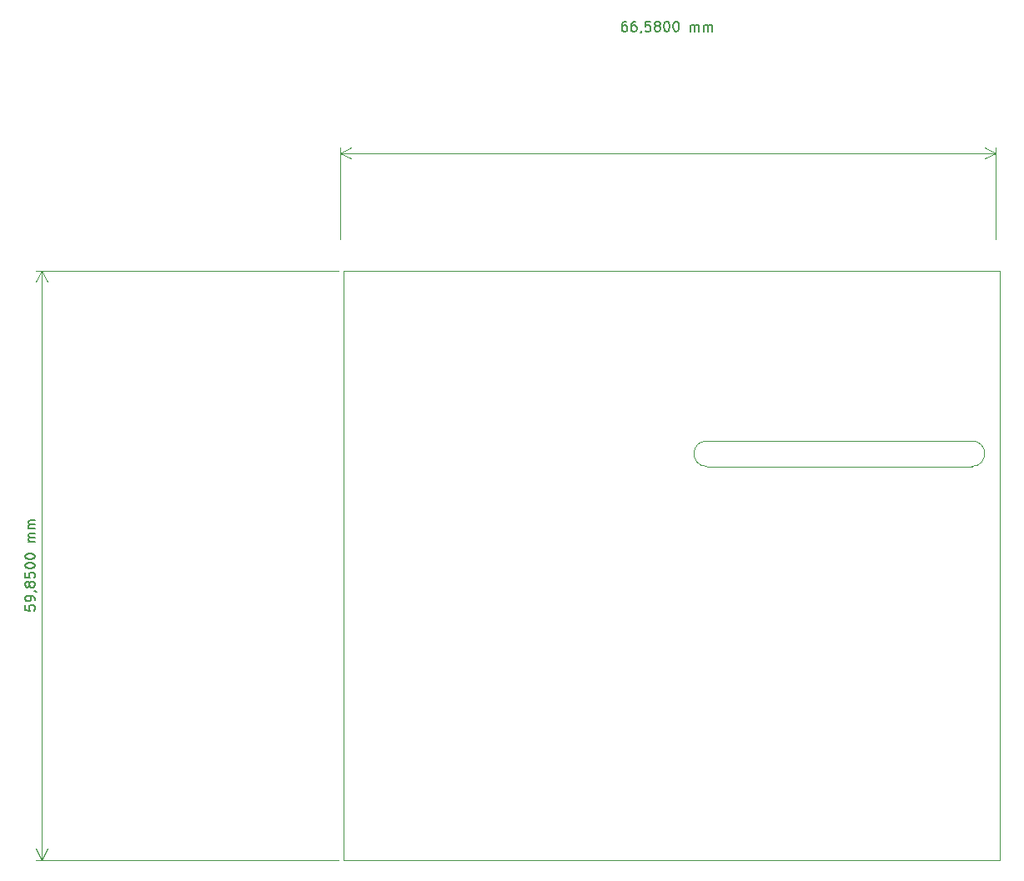
<source format=gbr>
%TF.GenerationSoftware,KiCad,Pcbnew,8.0.2*%
%TF.CreationDate,2024-05-29T12:03:12+02:00*%
%TF.ProjectId,IOT_ESP32,494f545f-4553-4503-9332-2e6b69636164,rev?*%
%TF.SameCoordinates,Original*%
%TF.FileFunction,Profile,NP*%
%FSLAX46Y46*%
G04 Gerber Fmt 4.6, Leading zero omitted, Abs format (unit mm)*
G04 Created by KiCad (PCBNEW 8.0.2) date 2024-05-29 12:03:12*
%MOMM*%
%LPD*%
G01*
G04 APERTURE LIST*
%TA.AperFunction,Profile*%
%ADD10C,0.050000*%
%TD*%
%ADD11C,0.150000*%
G04 APERTURE END LIST*
D10*
X98060000Y-59705000D02*
X164640000Y-59705000D01*
X164640000Y-119555000D01*
X98060000Y-119555000D01*
X98060000Y-59705000D01*
X161840000Y-77010000D02*
G75*
G02*
X161840000Y-79590000I0J-1290000D01*
G01*
X161840000Y-77010000D02*
X134910000Y-77010000D01*
X134910000Y-79590000D02*
G75*
G02*
X134910000Y-77010000I0J1290000D01*
G01*
X134910000Y-79590000D02*
X161840000Y-79590000D01*
D11*
X65704819Y-93725237D02*
X65704819Y-94201427D01*
X65704819Y-94201427D02*
X66181009Y-94249046D01*
X66181009Y-94249046D02*
X66133390Y-94201427D01*
X66133390Y-94201427D02*
X66085771Y-94106189D01*
X66085771Y-94106189D02*
X66085771Y-93868094D01*
X66085771Y-93868094D02*
X66133390Y-93772856D01*
X66133390Y-93772856D02*
X66181009Y-93725237D01*
X66181009Y-93725237D02*
X66276247Y-93677618D01*
X66276247Y-93677618D02*
X66514342Y-93677618D01*
X66514342Y-93677618D02*
X66609580Y-93725237D01*
X66609580Y-93725237D02*
X66657200Y-93772856D01*
X66657200Y-93772856D02*
X66704819Y-93868094D01*
X66704819Y-93868094D02*
X66704819Y-94106189D01*
X66704819Y-94106189D02*
X66657200Y-94201427D01*
X66657200Y-94201427D02*
X66609580Y-94249046D01*
X66704819Y-93201427D02*
X66704819Y-93010951D01*
X66704819Y-93010951D02*
X66657200Y-92915713D01*
X66657200Y-92915713D02*
X66609580Y-92868094D01*
X66609580Y-92868094D02*
X66466723Y-92772856D01*
X66466723Y-92772856D02*
X66276247Y-92725237D01*
X66276247Y-92725237D02*
X65895295Y-92725237D01*
X65895295Y-92725237D02*
X65800057Y-92772856D01*
X65800057Y-92772856D02*
X65752438Y-92820475D01*
X65752438Y-92820475D02*
X65704819Y-92915713D01*
X65704819Y-92915713D02*
X65704819Y-93106189D01*
X65704819Y-93106189D02*
X65752438Y-93201427D01*
X65752438Y-93201427D02*
X65800057Y-93249046D01*
X65800057Y-93249046D02*
X65895295Y-93296665D01*
X65895295Y-93296665D02*
X66133390Y-93296665D01*
X66133390Y-93296665D02*
X66228628Y-93249046D01*
X66228628Y-93249046D02*
X66276247Y-93201427D01*
X66276247Y-93201427D02*
X66323866Y-93106189D01*
X66323866Y-93106189D02*
X66323866Y-92915713D01*
X66323866Y-92915713D02*
X66276247Y-92820475D01*
X66276247Y-92820475D02*
X66228628Y-92772856D01*
X66228628Y-92772856D02*
X66133390Y-92725237D01*
X66657200Y-92249046D02*
X66704819Y-92249046D01*
X66704819Y-92249046D02*
X66800057Y-92296665D01*
X66800057Y-92296665D02*
X66847676Y-92344284D01*
X66133390Y-91677618D02*
X66085771Y-91772856D01*
X66085771Y-91772856D02*
X66038152Y-91820475D01*
X66038152Y-91820475D02*
X65942914Y-91868094D01*
X65942914Y-91868094D02*
X65895295Y-91868094D01*
X65895295Y-91868094D02*
X65800057Y-91820475D01*
X65800057Y-91820475D02*
X65752438Y-91772856D01*
X65752438Y-91772856D02*
X65704819Y-91677618D01*
X65704819Y-91677618D02*
X65704819Y-91487142D01*
X65704819Y-91487142D02*
X65752438Y-91391904D01*
X65752438Y-91391904D02*
X65800057Y-91344285D01*
X65800057Y-91344285D02*
X65895295Y-91296666D01*
X65895295Y-91296666D02*
X65942914Y-91296666D01*
X65942914Y-91296666D02*
X66038152Y-91344285D01*
X66038152Y-91344285D02*
X66085771Y-91391904D01*
X66085771Y-91391904D02*
X66133390Y-91487142D01*
X66133390Y-91487142D02*
X66133390Y-91677618D01*
X66133390Y-91677618D02*
X66181009Y-91772856D01*
X66181009Y-91772856D02*
X66228628Y-91820475D01*
X66228628Y-91820475D02*
X66323866Y-91868094D01*
X66323866Y-91868094D02*
X66514342Y-91868094D01*
X66514342Y-91868094D02*
X66609580Y-91820475D01*
X66609580Y-91820475D02*
X66657200Y-91772856D01*
X66657200Y-91772856D02*
X66704819Y-91677618D01*
X66704819Y-91677618D02*
X66704819Y-91487142D01*
X66704819Y-91487142D02*
X66657200Y-91391904D01*
X66657200Y-91391904D02*
X66609580Y-91344285D01*
X66609580Y-91344285D02*
X66514342Y-91296666D01*
X66514342Y-91296666D02*
X66323866Y-91296666D01*
X66323866Y-91296666D02*
X66228628Y-91344285D01*
X66228628Y-91344285D02*
X66181009Y-91391904D01*
X66181009Y-91391904D02*
X66133390Y-91487142D01*
X65704819Y-90391904D02*
X65704819Y-90868094D01*
X65704819Y-90868094D02*
X66181009Y-90915713D01*
X66181009Y-90915713D02*
X66133390Y-90868094D01*
X66133390Y-90868094D02*
X66085771Y-90772856D01*
X66085771Y-90772856D02*
X66085771Y-90534761D01*
X66085771Y-90534761D02*
X66133390Y-90439523D01*
X66133390Y-90439523D02*
X66181009Y-90391904D01*
X66181009Y-90391904D02*
X66276247Y-90344285D01*
X66276247Y-90344285D02*
X66514342Y-90344285D01*
X66514342Y-90344285D02*
X66609580Y-90391904D01*
X66609580Y-90391904D02*
X66657200Y-90439523D01*
X66657200Y-90439523D02*
X66704819Y-90534761D01*
X66704819Y-90534761D02*
X66704819Y-90772856D01*
X66704819Y-90772856D02*
X66657200Y-90868094D01*
X66657200Y-90868094D02*
X66609580Y-90915713D01*
X65704819Y-89725237D02*
X65704819Y-89629999D01*
X65704819Y-89629999D02*
X65752438Y-89534761D01*
X65752438Y-89534761D02*
X65800057Y-89487142D01*
X65800057Y-89487142D02*
X65895295Y-89439523D01*
X65895295Y-89439523D02*
X66085771Y-89391904D01*
X66085771Y-89391904D02*
X66323866Y-89391904D01*
X66323866Y-89391904D02*
X66514342Y-89439523D01*
X66514342Y-89439523D02*
X66609580Y-89487142D01*
X66609580Y-89487142D02*
X66657200Y-89534761D01*
X66657200Y-89534761D02*
X66704819Y-89629999D01*
X66704819Y-89629999D02*
X66704819Y-89725237D01*
X66704819Y-89725237D02*
X66657200Y-89820475D01*
X66657200Y-89820475D02*
X66609580Y-89868094D01*
X66609580Y-89868094D02*
X66514342Y-89915713D01*
X66514342Y-89915713D02*
X66323866Y-89963332D01*
X66323866Y-89963332D02*
X66085771Y-89963332D01*
X66085771Y-89963332D02*
X65895295Y-89915713D01*
X65895295Y-89915713D02*
X65800057Y-89868094D01*
X65800057Y-89868094D02*
X65752438Y-89820475D01*
X65752438Y-89820475D02*
X65704819Y-89725237D01*
X65704819Y-88772856D02*
X65704819Y-88677618D01*
X65704819Y-88677618D02*
X65752438Y-88582380D01*
X65752438Y-88582380D02*
X65800057Y-88534761D01*
X65800057Y-88534761D02*
X65895295Y-88487142D01*
X65895295Y-88487142D02*
X66085771Y-88439523D01*
X66085771Y-88439523D02*
X66323866Y-88439523D01*
X66323866Y-88439523D02*
X66514342Y-88487142D01*
X66514342Y-88487142D02*
X66609580Y-88534761D01*
X66609580Y-88534761D02*
X66657200Y-88582380D01*
X66657200Y-88582380D02*
X66704819Y-88677618D01*
X66704819Y-88677618D02*
X66704819Y-88772856D01*
X66704819Y-88772856D02*
X66657200Y-88868094D01*
X66657200Y-88868094D02*
X66609580Y-88915713D01*
X66609580Y-88915713D02*
X66514342Y-88963332D01*
X66514342Y-88963332D02*
X66323866Y-89010951D01*
X66323866Y-89010951D02*
X66085771Y-89010951D01*
X66085771Y-89010951D02*
X65895295Y-88963332D01*
X65895295Y-88963332D02*
X65800057Y-88915713D01*
X65800057Y-88915713D02*
X65752438Y-88868094D01*
X65752438Y-88868094D02*
X65704819Y-88772856D01*
X66704819Y-87249046D02*
X66038152Y-87249046D01*
X66133390Y-87249046D02*
X66085771Y-87201427D01*
X66085771Y-87201427D02*
X66038152Y-87106189D01*
X66038152Y-87106189D02*
X66038152Y-86963332D01*
X66038152Y-86963332D02*
X66085771Y-86868094D01*
X66085771Y-86868094D02*
X66181009Y-86820475D01*
X66181009Y-86820475D02*
X66704819Y-86820475D01*
X66181009Y-86820475D02*
X66085771Y-86772856D01*
X66085771Y-86772856D02*
X66038152Y-86677618D01*
X66038152Y-86677618D02*
X66038152Y-86534761D01*
X66038152Y-86534761D02*
X66085771Y-86439522D01*
X66085771Y-86439522D02*
X66181009Y-86391903D01*
X66181009Y-86391903D02*
X66704819Y-86391903D01*
X66704819Y-85915713D02*
X66038152Y-85915713D01*
X66133390Y-85915713D02*
X66085771Y-85868094D01*
X66085771Y-85868094D02*
X66038152Y-85772856D01*
X66038152Y-85772856D02*
X66038152Y-85629999D01*
X66038152Y-85629999D02*
X66085771Y-85534761D01*
X66085771Y-85534761D02*
X66181009Y-85487142D01*
X66181009Y-85487142D02*
X66704819Y-85487142D01*
X66181009Y-85487142D02*
X66085771Y-85439523D01*
X66085771Y-85439523D02*
X66038152Y-85344285D01*
X66038152Y-85344285D02*
X66038152Y-85201428D01*
X66038152Y-85201428D02*
X66085771Y-85106189D01*
X66085771Y-85106189D02*
X66181009Y-85058570D01*
X66181009Y-85058570D02*
X66704819Y-85058570D01*
D10*
X97560000Y-119555000D02*
X66813580Y-119555000D01*
X97560000Y-59705000D02*
X66813580Y-59705000D01*
X67400000Y-119555000D02*
X67400000Y-59705000D01*
X67400000Y-119555000D02*
X67400000Y-59705000D01*
X67400000Y-119555000D02*
X66813579Y-118428496D01*
X67400000Y-119555000D02*
X67986421Y-118428496D01*
X67400000Y-59705000D02*
X67986421Y-60831504D01*
X67400000Y-59705000D02*
X66813579Y-60831504D01*
D11*
X126757143Y-34414819D02*
X126566667Y-34414819D01*
X126566667Y-34414819D02*
X126471429Y-34462438D01*
X126471429Y-34462438D02*
X126423810Y-34510057D01*
X126423810Y-34510057D02*
X126328572Y-34652914D01*
X126328572Y-34652914D02*
X126280953Y-34843390D01*
X126280953Y-34843390D02*
X126280953Y-35224342D01*
X126280953Y-35224342D02*
X126328572Y-35319580D01*
X126328572Y-35319580D02*
X126376191Y-35367200D01*
X126376191Y-35367200D02*
X126471429Y-35414819D01*
X126471429Y-35414819D02*
X126661905Y-35414819D01*
X126661905Y-35414819D02*
X126757143Y-35367200D01*
X126757143Y-35367200D02*
X126804762Y-35319580D01*
X126804762Y-35319580D02*
X126852381Y-35224342D01*
X126852381Y-35224342D02*
X126852381Y-34986247D01*
X126852381Y-34986247D02*
X126804762Y-34891009D01*
X126804762Y-34891009D02*
X126757143Y-34843390D01*
X126757143Y-34843390D02*
X126661905Y-34795771D01*
X126661905Y-34795771D02*
X126471429Y-34795771D01*
X126471429Y-34795771D02*
X126376191Y-34843390D01*
X126376191Y-34843390D02*
X126328572Y-34891009D01*
X126328572Y-34891009D02*
X126280953Y-34986247D01*
X127709524Y-34414819D02*
X127519048Y-34414819D01*
X127519048Y-34414819D02*
X127423810Y-34462438D01*
X127423810Y-34462438D02*
X127376191Y-34510057D01*
X127376191Y-34510057D02*
X127280953Y-34652914D01*
X127280953Y-34652914D02*
X127233334Y-34843390D01*
X127233334Y-34843390D02*
X127233334Y-35224342D01*
X127233334Y-35224342D02*
X127280953Y-35319580D01*
X127280953Y-35319580D02*
X127328572Y-35367200D01*
X127328572Y-35367200D02*
X127423810Y-35414819D01*
X127423810Y-35414819D02*
X127614286Y-35414819D01*
X127614286Y-35414819D02*
X127709524Y-35367200D01*
X127709524Y-35367200D02*
X127757143Y-35319580D01*
X127757143Y-35319580D02*
X127804762Y-35224342D01*
X127804762Y-35224342D02*
X127804762Y-34986247D01*
X127804762Y-34986247D02*
X127757143Y-34891009D01*
X127757143Y-34891009D02*
X127709524Y-34843390D01*
X127709524Y-34843390D02*
X127614286Y-34795771D01*
X127614286Y-34795771D02*
X127423810Y-34795771D01*
X127423810Y-34795771D02*
X127328572Y-34843390D01*
X127328572Y-34843390D02*
X127280953Y-34891009D01*
X127280953Y-34891009D02*
X127233334Y-34986247D01*
X128280953Y-35367200D02*
X128280953Y-35414819D01*
X128280953Y-35414819D02*
X128233334Y-35510057D01*
X128233334Y-35510057D02*
X128185715Y-35557676D01*
X129185714Y-34414819D02*
X128709524Y-34414819D01*
X128709524Y-34414819D02*
X128661905Y-34891009D01*
X128661905Y-34891009D02*
X128709524Y-34843390D01*
X128709524Y-34843390D02*
X128804762Y-34795771D01*
X128804762Y-34795771D02*
X129042857Y-34795771D01*
X129042857Y-34795771D02*
X129138095Y-34843390D01*
X129138095Y-34843390D02*
X129185714Y-34891009D01*
X129185714Y-34891009D02*
X129233333Y-34986247D01*
X129233333Y-34986247D02*
X129233333Y-35224342D01*
X129233333Y-35224342D02*
X129185714Y-35319580D01*
X129185714Y-35319580D02*
X129138095Y-35367200D01*
X129138095Y-35367200D02*
X129042857Y-35414819D01*
X129042857Y-35414819D02*
X128804762Y-35414819D01*
X128804762Y-35414819D02*
X128709524Y-35367200D01*
X128709524Y-35367200D02*
X128661905Y-35319580D01*
X129804762Y-34843390D02*
X129709524Y-34795771D01*
X129709524Y-34795771D02*
X129661905Y-34748152D01*
X129661905Y-34748152D02*
X129614286Y-34652914D01*
X129614286Y-34652914D02*
X129614286Y-34605295D01*
X129614286Y-34605295D02*
X129661905Y-34510057D01*
X129661905Y-34510057D02*
X129709524Y-34462438D01*
X129709524Y-34462438D02*
X129804762Y-34414819D01*
X129804762Y-34414819D02*
X129995238Y-34414819D01*
X129995238Y-34414819D02*
X130090476Y-34462438D01*
X130090476Y-34462438D02*
X130138095Y-34510057D01*
X130138095Y-34510057D02*
X130185714Y-34605295D01*
X130185714Y-34605295D02*
X130185714Y-34652914D01*
X130185714Y-34652914D02*
X130138095Y-34748152D01*
X130138095Y-34748152D02*
X130090476Y-34795771D01*
X130090476Y-34795771D02*
X129995238Y-34843390D01*
X129995238Y-34843390D02*
X129804762Y-34843390D01*
X129804762Y-34843390D02*
X129709524Y-34891009D01*
X129709524Y-34891009D02*
X129661905Y-34938628D01*
X129661905Y-34938628D02*
X129614286Y-35033866D01*
X129614286Y-35033866D02*
X129614286Y-35224342D01*
X129614286Y-35224342D02*
X129661905Y-35319580D01*
X129661905Y-35319580D02*
X129709524Y-35367200D01*
X129709524Y-35367200D02*
X129804762Y-35414819D01*
X129804762Y-35414819D02*
X129995238Y-35414819D01*
X129995238Y-35414819D02*
X130090476Y-35367200D01*
X130090476Y-35367200D02*
X130138095Y-35319580D01*
X130138095Y-35319580D02*
X130185714Y-35224342D01*
X130185714Y-35224342D02*
X130185714Y-35033866D01*
X130185714Y-35033866D02*
X130138095Y-34938628D01*
X130138095Y-34938628D02*
X130090476Y-34891009D01*
X130090476Y-34891009D02*
X129995238Y-34843390D01*
X130804762Y-34414819D02*
X130900000Y-34414819D01*
X130900000Y-34414819D02*
X130995238Y-34462438D01*
X130995238Y-34462438D02*
X131042857Y-34510057D01*
X131042857Y-34510057D02*
X131090476Y-34605295D01*
X131090476Y-34605295D02*
X131138095Y-34795771D01*
X131138095Y-34795771D02*
X131138095Y-35033866D01*
X131138095Y-35033866D02*
X131090476Y-35224342D01*
X131090476Y-35224342D02*
X131042857Y-35319580D01*
X131042857Y-35319580D02*
X130995238Y-35367200D01*
X130995238Y-35367200D02*
X130900000Y-35414819D01*
X130900000Y-35414819D02*
X130804762Y-35414819D01*
X130804762Y-35414819D02*
X130709524Y-35367200D01*
X130709524Y-35367200D02*
X130661905Y-35319580D01*
X130661905Y-35319580D02*
X130614286Y-35224342D01*
X130614286Y-35224342D02*
X130566667Y-35033866D01*
X130566667Y-35033866D02*
X130566667Y-34795771D01*
X130566667Y-34795771D02*
X130614286Y-34605295D01*
X130614286Y-34605295D02*
X130661905Y-34510057D01*
X130661905Y-34510057D02*
X130709524Y-34462438D01*
X130709524Y-34462438D02*
X130804762Y-34414819D01*
X131757143Y-34414819D02*
X131852381Y-34414819D01*
X131852381Y-34414819D02*
X131947619Y-34462438D01*
X131947619Y-34462438D02*
X131995238Y-34510057D01*
X131995238Y-34510057D02*
X132042857Y-34605295D01*
X132042857Y-34605295D02*
X132090476Y-34795771D01*
X132090476Y-34795771D02*
X132090476Y-35033866D01*
X132090476Y-35033866D02*
X132042857Y-35224342D01*
X132042857Y-35224342D02*
X131995238Y-35319580D01*
X131995238Y-35319580D02*
X131947619Y-35367200D01*
X131947619Y-35367200D02*
X131852381Y-35414819D01*
X131852381Y-35414819D02*
X131757143Y-35414819D01*
X131757143Y-35414819D02*
X131661905Y-35367200D01*
X131661905Y-35367200D02*
X131614286Y-35319580D01*
X131614286Y-35319580D02*
X131566667Y-35224342D01*
X131566667Y-35224342D02*
X131519048Y-35033866D01*
X131519048Y-35033866D02*
X131519048Y-34795771D01*
X131519048Y-34795771D02*
X131566667Y-34605295D01*
X131566667Y-34605295D02*
X131614286Y-34510057D01*
X131614286Y-34510057D02*
X131661905Y-34462438D01*
X131661905Y-34462438D02*
X131757143Y-34414819D01*
X133280953Y-35414819D02*
X133280953Y-34748152D01*
X133280953Y-34843390D02*
X133328572Y-34795771D01*
X133328572Y-34795771D02*
X133423810Y-34748152D01*
X133423810Y-34748152D02*
X133566667Y-34748152D01*
X133566667Y-34748152D02*
X133661905Y-34795771D01*
X133661905Y-34795771D02*
X133709524Y-34891009D01*
X133709524Y-34891009D02*
X133709524Y-35414819D01*
X133709524Y-34891009D02*
X133757143Y-34795771D01*
X133757143Y-34795771D02*
X133852381Y-34748152D01*
X133852381Y-34748152D02*
X133995238Y-34748152D01*
X133995238Y-34748152D02*
X134090477Y-34795771D01*
X134090477Y-34795771D02*
X134138096Y-34891009D01*
X134138096Y-34891009D02*
X134138096Y-35414819D01*
X134614286Y-35414819D02*
X134614286Y-34748152D01*
X134614286Y-34843390D02*
X134661905Y-34795771D01*
X134661905Y-34795771D02*
X134757143Y-34748152D01*
X134757143Y-34748152D02*
X134900000Y-34748152D01*
X134900000Y-34748152D02*
X134995238Y-34795771D01*
X134995238Y-34795771D02*
X135042857Y-34891009D01*
X135042857Y-34891009D02*
X135042857Y-35414819D01*
X135042857Y-34891009D02*
X135090476Y-34795771D01*
X135090476Y-34795771D02*
X135185714Y-34748152D01*
X135185714Y-34748152D02*
X135328571Y-34748152D01*
X135328571Y-34748152D02*
X135423810Y-34795771D01*
X135423810Y-34795771D02*
X135471429Y-34891009D01*
X135471429Y-34891009D02*
X135471429Y-35414819D01*
D10*
X97680000Y-56480000D02*
X97680000Y-47173580D01*
X164260000Y-56480000D02*
X164260000Y-47173580D01*
X97680000Y-47760000D02*
X164260000Y-47760000D01*
X97680000Y-47760000D02*
X164260000Y-47760000D01*
X97680000Y-47760000D02*
X98806504Y-47173579D01*
X97680000Y-47760000D02*
X98806504Y-48346421D01*
X164260000Y-47760000D02*
X163133496Y-48346421D01*
X164260000Y-47760000D02*
X163133496Y-47173579D01*
M02*

</source>
